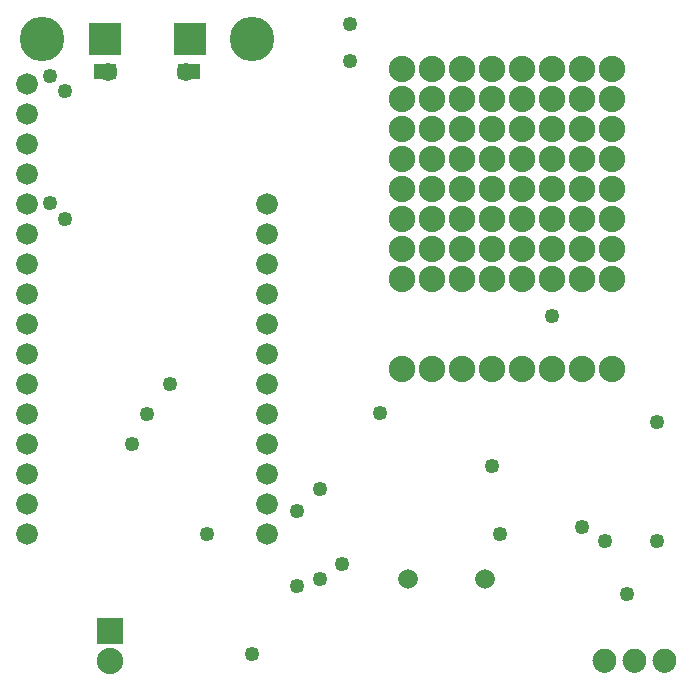
<source format=gbs>
G04 MADE WITH FRITZING*
G04 WWW.FRITZING.ORG*
G04 DOUBLE SIDED*
G04 HOLES PLATED*
G04 CONTOUR ON CENTER OF CONTOUR VECTOR*
%ASAXBY*%
%FSLAX23Y23*%
%MOIN*%
%OFA0B0*%
%SFA1.0B1.0*%
%ADD10C,0.049370*%
%ADD11C,0.148425*%
%ADD12C,0.105000*%
%ADD13C,0.061496*%
%ADD14C,0.072000*%
%ADD15C,0.065433*%
%ADD16C,0.088000*%
%ADD17R,0.105000X0.105000*%
%ADD18R,0.088000X0.088000*%
%ADD19R,0.001000X0.001000*%
%LNMASK0*%
G90*
G70*
G54D10*
X1927Y1310D03*
X2101Y562D03*
G54D11*
X227Y2235D03*
G54D12*
X719Y2235D03*
G54D13*
X707Y2125D03*
G54D14*
X177Y585D03*
X177Y685D03*
X177Y785D03*
X177Y885D03*
X177Y985D03*
X177Y1085D03*
X177Y1185D03*
X177Y1285D03*
X177Y1385D03*
G54D11*
X927Y2235D03*
G54D14*
X177Y1485D03*
X177Y1585D03*
X177Y1685D03*
X177Y1785D03*
X177Y1885D03*
X177Y1985D03*
X177Y2085D03*
X977Y1685D03*
X977Y1585D03*
X977Y1485D03*
X977Y1385D03*
X977Y1285D03*
X977Y1185D03*
X977Y1085D03*
X977Y985D03*
X977Y885D03*
X977Y785D03*
X977Y685D03*
X977Y585D03*
G54D13*
X447Y2125D03*
G54D12*
X435Y2235D03*
G54D15*
X1446Y435D03*
X1702Y435D03*
G54D16*
X452Y260D03*
X452Y160D03*
X2027Y2135D03*
X2027Y2035D03*
X2027Y1935D03*
X2027Y1835D03*
X2027Y1735D03*
X2027Y1635D03*
X2027Y1535D03*
X2027Y1435D03*
X2027Y2135D03*
X2027Y2035D03*
X2027Y1935D03*
X2027Y1835D03*
X2027Y1735D03*
X2027Y1635D03*
X2027Y1535D03*
X2027Y1435D03*
X2127Y1435D03*
X2127Y1535D03*
X2127Y1635D03*
X2127Y1735D03*
X2127Y1835D03*
X2127Y1935D03*
X2127Y2035D03*
X2127Y2135D03*
X1827Y2135D03*
X1827Y2035D03*
X1827Y1935D03*
X1827Y1835D03*
X1827Y1735D03*
X1827Y1635D03*
X1827Y1535D03*
X1827Y1435D03*
X1827Y2135D03*
X1827Y2035D03*
X1827Y1935D03*
X1827Y1835D03*
X1827Y1735D03*
X1827Y1635D03*
X1827Y1535D03*
X1827Y1435D03*
X1927Y1435D03*
X1927Y1535D03*
X1927Y1635D03*
X1927Y1735D03*
X1927Y1835D03*
X1927Y1935D03*
X1927Y2035D03*
X1927Y2135D03*
X1627Y2135D03*
X1627Y2035D03*
X1627Y1935D03*
X1627Y1835D03*
X1627Y1735D03*
X1627Y1635D03*
X1627Y1535D03*
X1627Y1435D03*
X1627Y2135D03*
X1627Y2035D03*
X1627Y1935D03*
X1627Y1835D03*
X1627Y1735D03*
X1627Y1635D03*
X1627Y1535D03*
X1627Y1435D03*
X1727Y1435D03*
X1727Y1535D03*
X1727Y1635D03*
X1727Y1735D03*
X1727Y1835D03*
X1727Y1935D03*
X1727Y2035D03*
X1727Y2135D03*
X1427Y2135D03*
X1427Y2035D03*
X1427Y1935D03*
X1427Y1835D03*
X1427Y1735D03*
X1427Y1635D03*
X1427Y1535D03*
X1427Y1435D03*
X1427Y2135D03*
X1427Y2035D03*
X1427Y1935D03*
X1427Y1835D03*
X1427Y1735D03*
X1427Y1635D03*
X1427Y1535D03*
X1427Y1435D03*
X1527Y1435D03*
X1527Y1535D03*
X1527Y1635D03*
X1527Y1735D03*
X1527Y1835D03*
X1527Y1935D03*
X1527Y2035D03*
X1527Y2135D03*
G54D10*
X1753Y585D03*
X2027Y609D03*
X527Y886D03*
X1077Y410D03*
X1077Y660D03*
X577Y985D03*
X1152Y435D03*
X1152Y735D03*
G54D16*
X1427Y1135D03*
X1527Y1135D03*
X1627Y1135D03*
X1727Y1135D03*
X1827Y1135D03*
X1927Y1135D03*
X2027Y1135D03*
X2127Y1135D03*
G54D10*
X652Y1085D03*
X1227Y485D03*
X1727Y810D03*
X776Y585D03*
X925Y186D03*
X2177Y385D03*
X1352Y987D03*
X2277Y959D03*
X2277Y561D03*
X253Y1687D03*
X252Y2110D03*
X302Y1635D03*
X302Y2061D03*
X1252Y2160D03*
X1252Y2285D03*
G54D17*
X719Y2235D03*
X435Y2235D03*
G54D18*
X452Y260D03*
G54D19*
X400Y2151D02*
X472Y2151D01*
X681Y2151D02*
X752Y2151D01*
X400Y2150D02*
X472Y2150D01*
X681Y2150D02*
X752Y2150D01*
X400Y2149D02*
X472Y2149D01*
X681Y2149D02*
X752Y2149D01*
X400Y2148D02*
X472Y2148D01*
X681Y2148D02*
X752Y2148D01*
X400Y2147D02*
X472Y2147D01*
X681Y2147D02*
X752Y2147D01*
X400Y2146D02*
X472Y2146D01*
X681Y2146D02*
X752Y2146D01*
X400Y2145D02*
X472Y2145D01*
X681Y2145D02*
X752Y2145D01*
X400Y2144D02*
X472Y2144D01*
X681Y2144D02*
X752Y2144D01*
X400Y2143D02*
X472Y2143D01*
X681Y2143D02*
X752Y2143D01*
X400Y2142D02*
X472Y2142D01*
X681Y2142D02*
X752Y2142D01*
X400Y2141D02*
X441Y2141D01*
X452Y2141D02*
X472Y2141D01*
X681Y2141D02*
X701Y2141D01*
X711Y2141D02*
X752Y2141D01*
X400Y2140D02*
X439Y2140D01*
X454Y2140D02*
X472Y2140D01*
X681Y2140D02*
X699Y2140D01*
X714Y2140D02*
X752Y2140D01*
X400Y2139D02*
X437Y2139D01*
X456Y2139D02*
X472Y2139D01*
X681Y2139D02*
X697Y2139D01*
X716Y2139D02*
X752Y2139D01*
X400Y2138D02*
X436Y2138D01*
X457Y2138D02*
X472Y2138D01*
X681Y2138D02*
X696Y2138D01*
X717Y2138D02*
X752Y2138D01*
X400Y2137D02*
X435Y2137D01*
X458Y2137D02*
X472Y2137D01*
X681Y2137D02*
X695Y2137D01*
X718Y2137D02*
X752Y2137D01*
X400Y2136D02*
X434Y2136D01*
X459Y2136D02*
X472Y2136D01*
X681Y2136D02*
X694Y2136D01*
X719Y2136D02*
X752Y2136D01*
X400Y2135D02*
X433Y2135D01*
X460Y2135D02*
X472Y2135D01*
X681Y2135D02*
X693Y2135D01*
X720Y2135D02*
X752Y2135D01*
X400Y2134D02*
X432Y2134D01*
X460Y2134D02*
X472Y2134D01*
X681Y2134D02*
X692Y2134D01*
X720Y2134D02*
X752Y2134D01*
X400Y2133D02*
X432Y2133D01*
X461Y2133D02*
X472Y2133D01*
X681Y2133D02*
X692Y2133D01*
X721Y2133D02*
X752Y2133D01*
X400Y2132D02*
X431Y2132D01*
X462Y2132D02*
X472Y2132D01*
X681Y2132D02*
X691Y2132D01*
X721Y2132D02*
X752Y2132D01*
X400Y2131D02*
X431Y2131D01*
X462Y2131D02*
X472Y2131D01*
X681Y2131D02*
X691Y2131D01*
X722Y2131D02*
X752Y2131D01*
X400Y2130D02*
X431Y2130D01*
X462Y2130D02*
X472Y2130D01*
X681Y2130D02*
X690Y2130D01*
X722Y2130D02*
X752Y2130D01*
X400Y2129D02*
X430Y2129D01*
X462Y2129D02*
X472Y2129D01*
X681Y2129D02*
X690Y2129D01*
X722Y2129D02*
X752Y2129D01*
X400Y2128D02*
X430Y2128D01*
X462Y2128D02*
X472Y2128D01*
X681Y2128D02*
X690Y2128D01*
X722Y2128D02*
X752Y2128D01*
X400Y2127D02*
X430Y2127D01*
X462Y2127D02*
X472Y2127D01*
X681Y2127D02*
X690Y2127D01*
X722Y2127D02*
X752Y2127D01*
X400Y2126D02*
X430Y2126D01*
X462Y2126D02*
X472Y2126D01*
X681Y2126D02*
X690Y2126D01*
X722Y2126D02*
X752Y2126D01*
X400Y2125D02*
X430Y2125D01*
X462Y2125D02*
X472Y2125D01*
X681Y2125D02*
X690Y2125D01*
X722Y2125D02*
X752Y2125D01*
X400Y2124D02*
X430Y2124D01*
X462Y2124D02*
X472Y2124D01*
X681Y2124D02*
X690Y2124D01*
X722Y2124D02*
X752Y2124D01*
X400Y2123D02*
X430Y2123D01*
X462Y2123D02*
X472Y2123D01*
X681Y2123D02*
X690Y2123D01*
X722Y2123D02*
X752Y2123D01*
X400Y2122D02*
X431Y2122D01*
X462Y2122D02*
X472Y2122D01*
X681Y2122D02*
X690Y2122D01*
X722Y2122D02*
X752Y2122D01*
X400Y2121D02*
X431Y2121D01*
X462Y2121D02*
X472Y2121D01*
X681Y2121D02*
X691Y2121D01*
X722Y2121D02*
X752Y2121D01*
X400Y2120D02*
X431Y2120D01*
X462Y2120D02*
X472Y2120D01*
X681Y2120D02*
X691Y2120D01*
X721Y2120D02*
X752Y2120D01*
X400Y2119D02*
X432Y2119D01*
X461Y2119D02*
X472Y2119D01*
X681Y2119D02*
X692Y2119D01*
X721Y2119D02*
X752Y2119D01*
X400Y2118D02*
X432Y2118D01*
X461Y2118D02*
X472Y2118D01*
X681Y2118D02*
X692Y2118D01*
X720Y2118D02*
X752Y2118D01*
X400Y2117D02*
X433Y2117D01*
X460Y2117D02*
X472Y2117D01*
X681Y2117D02*
X693Y2117D01*
X720Y2117D02*
X752Y2117D01*
X400Y2116D02*
X434Y2116D01*
X459Y2116D02*
X472Y2116D01*
X681Y2116D02*
X694Y2116D01*
X719Y2116D02*
X752Y2116D01*
X400Y2115D02*
X435Y2115D01*
X458Y2115D02*
X472Y2115D01*
X681Y2115D02*
X694Y2115D01*
X718Y2115D02*
X752Y2115D01*
X400Y2114D02*
X436Y2114D01*
X457Y2114D02*
X472Y2114D01*
X681Y2114D02*
X696Y2114D01*
X717Y2114D02*
X752Y2114D01*
X400Y2113D02*
X437Y2113D01*
X456Y2113D02*
X472Y2113D01*
X681Y2113D02*
X697Y2113D01*
X716Y2113D02*
X752Y2113D01*
X400Y2112D02*
X439Y2112D01*
X454Y2112D02*
X472Y2112D01*
X681Y2112D02*
X698Y2112D01*
X714Y2112D02*
X752Y2112D01*
X400Y2111D02*
X441Y2111D01*
X452Y2111D02*
X472Y2111D01*
X681Y2111D02*
X701Y2111D01*
X712Y2111D02*
X752Y2111D01*
X400Y2110D02*
X472Y2110D01*
X681Y2110D02*
X752Y2110D01*
X400Y2109D02*
X472Y2109D01*
X681Y2109D02*
X752Y2109D01*
X400Y2108D02*
X472Y2108D01*
X681Y2108D02*
X752Y2108D01*
X400Y2107D02*
X472Y2107D01*
X681Y2107D02*
X752Y2107D01*
X400Y2106D02*
X472Y2106D01*
X681Y2106D02*
X752Y2106D01*
X400Y2105D02*
X472Y2105D01*
X681Y2105D02*
X752Y2105D01*
X400Y2104D02*
X472Y2104D01*
X681Y2104D02*
X752Y2104D01*
X400Y2103D02*
X472Y2103D01*
X681Y2103D02*
X752Y2103D01*
X400Y2102D02*
X472Y2102D01*
X681Y2102D02*
X752Y2102D01*
X400Y2101D02*
X472Y2101D01*
X681Y2101D02*
X752Y2101D01*
X445Y2100D02*
X448Y2100D01*
X705Y2100D02*
X707Y2100D01*
X2093Y201D02*
X2108Y201D01*
X2193Y201D02*
X2208Y201D01*
X2293Y201D02*
X2308Y201D01*
X2089Y200D02*
X2112Y200D01*
X2189Y200D02*
X2212Y200D01*
X2289Y200D02*
X2312Y200D01*
X2087Y199D02*
X2115Y199D01*
X2187Y199D02*
X2215Y199D01*
X2287Y199D02*
X2315Y199D01*
X2084Y198D02*
X2117Y198D01*
X2184Y198D02*
X2217Y198D01*
X2284Y198D02*
X2317Y198D01*
X2082Y197D02*
X2119Y197D01*
X2182Y197D02*
X2219Y197D01*
X2282Y197D02*
X2319Y197D01*
X2081Y196D02*
X2121Y196D01*
X2181Y196D02*
X2221Y196D01*
X2281Y196D02*
X2321Y196D01*
X2079Y195D02*
X2123Y195D01*
X2179Y195D02*
X2223Y195D01*
X2279Y195D02*
X2323Y195D01*
X2078Y194D02*
X2124Y194D01*
X2178Y194D02*
X2224Y194D01*
X2278Y194D02*
X2324Y194D01*
X2076Y193D02*
X2125Y193D01*
X2176Y193D02*
X2225Y193D01*
X2276Y193D02*
X2325Y193D01*
X2075Y192D02*
X2127Y192D01*
X2175Y192D02*
X2227Y192D01*
X2275Y192D02*
X2327Y192D01*
X2074Y191D02*
X2128Y191D01*
X2174Y191D02*
X2228Y191D01*
X2274Y191D02*
X2328Y191D01*
X2073Y190D02*
X2129Y190D01*
X2173Y190D02*
X2229Y190D01*
X2273Y190D02*
X2329Y190D01*
X2072Y189D02*
X2130Y189D01*
X2172Y189D02*
X2230Y189D01*
X2272Y189D02*
X2330Y189D01*
X2071Y188D02*
X2131Y188D01*
X2171Y188D02*
X2231Y188D01*
X2271Y188D02*
X2331Y188D01*
X2070Y187D02*
X2131Y187D01*
X2170Y187D02*
X2231Y187D01*
X2270Y187D02*
X2331Y187D01*
X2070Y186D02*
X2132Y186D01*
X2170Y186D02*
X2232Y186D01*
X2270Y186D02*
X2332Y186D01*
X2069Y185D02*
X2133Y185D01*
X2169Y185D02*
X2233Y185D01*
X2269Y185D02*
X2333Y185D01*
X2068Y184D02*
X2134Y184D01*
X2168Y184D02*
X2234Y184D01*
X2268Y184D02*
X2334Y184D01*
X2068Y183D02*
X2134Y183D01*
X2168Y183D02*
X2234Y183D01*
X2268Y183D02*
X2334Y183D01*
X2067Y182D02*
X2135Y182D01*
X2167Y182D02*
X2235Y182D01*
X2267Y182D02*
X2335Y182D01*
X2066Y181D02*
X2135Y181D01*
X2166Y181D02*
X2235Y181D01*
X2266Y181D02*
X2335Y181D01*
X2066Y180D02*
X2136Y180D01*
X2166Y180D02*
X2236Y180D01*
X2266Y180D02*
X2336Y180D01*
X2065Y179D02*
X2137Y179D01*
X2165Y179D02*
X2236Y179D01*
X2265Y179D02*
X2336Y179D01*
X2065Y178D02*
X2137Y178D01*
X2165Y178D02*
X2237Y178D01*
X2265Y178D02*
X2337Y178D01*
X2064Y177D02*
X2137Y177D01*
X2164Y177D02*
X2237Y177D01*
X2264Y177D02*
X2337Y177D01*
X2064Y176D02*
X2138Y176D01*
X2164Y176D02*
X2238Y176D01*
X2264Y176D02*
X2338Y176D01*
X2064Y175D02*
X2138Y175D01*
X2164Y175D02*
X2238Y175D01*
X2264Y175D02*
X2338Y175D01*
X2063Y174D02*
X2138Y174D01*
X2163Y174D02*
X2238Y174D01*
X2263Y174D02*
X2338Y174D01*
X2063Y173D02*
X2139Y173D01*
X2163Y173D02*
X2239Y173D01*
X2263Y173D02*
X2339Y173D01*
X2063Y172D02*
X2139Y172D01*
X2163Y172D02*
X2239Y172D01*
X2263Y172D02*
X2339Y172D01*
X2063Y171D02*
X2139Y171D01*
X2163Y171D02*
X2239Y171D01*
X2263Y171D02*
X2339Y171D01*
X2062Y170D02*
X2139Y170D01*
X2162Y170D02*
X2239Y170D01*
X2262Y170D02*
X2339Y170D01*
X2062Y169D02*
X2140Y169D01*
X2162Y169D02*
X2240Y169D01*
X2262Y169D02*
X2340Y169D01*
X2062Y168D02*
X2140Y168D01*
X2162Y168D02*
X2240Y168D01*
X2262Y168D02*
X2340Y168D01*
X2062Y167D02*
X2140Y167D01*
X2162Y167D02*
X2240Y167D01*
X2262Y167D02*
X2340Y167D01*
X2062Y166D02*
X2140Y166D01*
X2162Y166D02*
X2240Y166D01*
X2262Y166D02*
X2340Y166D01*
X2062Y165D02*
X2140Y165D01*
X2162Y165D02*
X2240Y165D01*
X2262Y165D02*
X2340Y165D01*
X2062Y164D02*
X2140Y164D01*
X2162Y164D02*
X2240Y164D01*
X2261Y164D02*
X2340Y164D01*
X2061Y163D02*
X2140Y163D01*
X2161Y163D02*
X2240Y163D01*
X2261Y163D02*
X2340Y163D01*
X2061Y162D02*
X2140Y162D01*
X2161Y162D02*
X2240Y162D01*
X2261Y162D02*
X2340Y162D01*
X2061Y161D02*
X2140Y161D01*
X2161Y161D02*
X2240Y161D01*
X2261Y161D02*
X2340Y161D01*
X2062Y160D02*
X2140Y160D01*
X2162Y160D02*
X2240Y160D01*
X2261Y160D02*
X2340Y160D01*
X2062Y159D02*
X2140Y159D01*
X2162Y159D02*
X2240Y159D01*
X2262Y159D02*
X2340Y159D01*
X2062Y158D02*
X2140Y158D01*
X2162Y158D02*
X2240Y158D01*
X2262Y158D02*
X2340Y158D01*
X2062Y157D02*
X2140Y157D01*
X2162Y157D02*
X2240Y157D01*
X2262Y157D02*
X2340Y157D01*
X2062Y156D02*
X2140Y156D01*
X2162Y156D02*
X2240Y156D01*
X2262Y156D02*
X2340Y156D01*
X2062Y155D02*
X2140Y155D01*
X2162Y155D02*
X2240Y155D01*
X2262Y155D02*
X2340Y155D01*
X2062Y154D02*
X2140Y154D01*
X2162Y154D02*
X2240Y154D01*
X2262Y154D02*
X2339Y154D01*
X2063Y153D02*
X2139Y153D01*
X2163Y153D02*
X2239Y153D01*
X2262Y153D02*
X2339Y153D01*
X2063Y152D02*
X2139Y152D01*
X2163Y152D02*
X2239Y152D01*
X2263Y152D02*
X2339Y152D01*
X2063Y151D02*
X2139Y151D01*
X2163Y151D02*
X2239Y151D01*
X2263Y151D02*
X2339Y151D01*
X2063Y150D02*
X2139Y150D01*
X2163Y150D02*
X2239Y150D01*
X2263Y150D02*
X2339Y150D01*
X2064Y149D02*
X2138Y149D01*
X2164Y149D02*
X2238Y149D01*
X2264Y149D02*
X2338Y149D01*
X2064Y148D02*
X2138Y148D01*
X2164Y148D02*
X2238Y148D01*
X2264Y148D02*
X2338Y148D01*
X2064Y147D02*
X2138Y147D01*
X2164Y147D02*
X2237Y147D01*
X2264Y147D02*
X2337Y147D01*
X2065Y146D02*
X2137Y146D01*
X2165Y146D02*
X2237Y146D01*
X2265Y146D02*
X2337Y146D01*
X2065Y145D02*
X2137Y145D01*
X2165Y145D02*
X2237Y145D01*
X2265Y145D02*
X2337Y145D01*
X2066Y144D02*
X2136Y144D01*
X2166Y144D02*
X2236Y144D01*
X2266Y144D02*
X2336Y144D01*
X2066Y143D02*
X2136Y143D01*
X2166Y143D02*
X2236Y143D01*
X2266Y143D02*
X2336Y143D01*
X2067Y142D02*
X2135Y142D01*
X2167Y142D02*
X2235Y142D01*
X2267Y142D02*
X2335Y142D01*
X2067Y141D02*
X2134Y141D01*
X2167Y141D02*
X2234Y141D01*
X2267Y141D02*
X2334Y141D01*
X2068Y140D02*
X2134Y140D01*
X2168Y140D02*
X2234Y140D01*
X2268Y140D02*
X2334Y140D01*
X2069Y139D02*
X2133Y139D01*
X2169Y139D02*
X2233Y139D01*
X2269Y139D02*
X2333Y139D01*
X2069Y138D02*
X2132Y138D01*
X2169Y138D02*
X2232Y138D01*
X2269Y138D02*
X2332Y138D01*
X2070Y137D02*
X2132Y137D01*
X2170Y137D02*
X2232Y137D01*
X2270Y137D02*
X2332Y137D01*
X2071Y136D02*
X2131Y136D01*
X2171Y136D02*
X2231Y136D01*
X2271Y136D02*
X2331Y136D01*
X2072Y135D02*
X2130Y135D01*
X2172Y135D02*
X2230Y135D01*
X2272Y135D02*
X2330Y135D01*
X2073Y134D02*
X2129Y134D01*
X2173Y134D02*
X2229Y134D01*
X2273Y134D02*
X2329Y134D01*
X2074Y133D02*
X2128Y133D01*
X2174Y133D02*
X2228Y133D01*
X2274Y133D02*
X2328Y133D01*
X2075Y132D02*
X2127Y132D01*
X2175Y132D02*
X2227Y132D01*
X2275Y132D02*
X2327Y132D01*
X2076Y131D02*
X2126Y131D01*
X2176Y131D02*
X2226Y131D01*
X2276Y131D02*
X2326Y131D01*
X2077Y130D02*
X2124Y130D01*
X2177Y130D02*
X2224Y130D01*
X2277Y130D02*
X2324Y130D01*
X2079Y129D02*
X2123Y129D01*
X2179Y129D02*
X2223Y129D01*
X2279Y129D02*
X2323Y129D01*
X2080Y128D02*
X2121Y128D01*
X2180Y128D02*
X2221Y128D01*
X2280Y128D02*
X2321Y128D01*
X2082Y127D02*
X2120Y127D01*
X2182Y127D02*
X2220Y127D01*
X2282Y127D02*
X2320Y127D01*
X2084Y126D02*
X2118Y126D01*
X2184Y126D02*
X2218Y126D01*
X2284Y126D02*
X2318Y126D01*
X2086Y125D02*
X2116Y125D01*
X2186Y125D02*
X2216Y125D01*
X2286Y125D02*
X2316Y125D01*
X2089Y124D02*
X2113Y124D01*
X2189Y124D02*
X2213Y124D01*
X2289Y124D02*
X2313Y124D01*
X2093Y123D02*
X2109Y123D01*
X2192Y123D02*
X2209Y123D01*
X2292Y123D02*
X2309Y123D01*
X2100Y122D02*
X2102Y122D01*
X2200Y122D02*
X2202Y122D01*
X2300Y122D02*
X2302Y122D01*
D02*
G04 End of Mask0*
M02*
</source>
